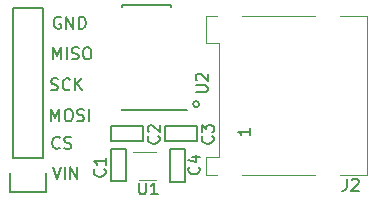
<source format=gto>
%TF.GenerationSoftware,KiCad,Pcbnew,4.0.5-e0-6337~49~ubuntu16.04.1*%
%TF.CreationDate,2017-03-18T14:10:31-07:00*%
%TF.ProjectId,sd-micro-hinged-5009010801-breakout,73642D6D6963726F2D68696E6765642D,v1.0*%
%TF.FileFunction,Legend,Top*%
%FSLAX46Y46*%
G04 Gerber Fmt 4.6, Leading zero omitted, Abs format (unit mm)*
G04 Created by KiCad (PCBNEW 4.0.5-e0-6337~49~ubuntu16.04.1) date Sat Mar 18 14:10:31 2017*
%MOMM*%
%LPD*%
G01*
G04 APERTURE LIST*
%ADD10C,0.350000*%
%ADD11C,0.152400*%
%ADD12C,0.150000*%
%ADD13C,0.120000*%
%ADD14C,0.101600*%
%ADD15R,0.851600X0.901600*%
%ADD16R,0.901600X0.851600*%
%ADD17R,2.133600X1.828800*%
%ADD18O,2.133600X1.828800*%
%ADD19R,1.601600X0.701600*%
%ADD20R,0.701600X0.521600*%
%ADD21R,2.101600X1.551600*%
%ADD22R,1.701600X0.801600*%
G04 APERTURE END LIST*
D10*
D11*
X123952000Y-100838000D02*
G75*
G03X123952000Y-100838000I-254000J0D01*
G01*
X111542286Y-106123619D02*
X111880953Y-107139619D01*
X112219619Y-106123619D01*
X112558286Y-107139619D02*
X112558286Y-106123619D01*
X113042096Y-107139619D02*
X113042096Y-106123619D01*
X113622667Y-107139619D01*
X113622667Y-106123619D01*
X111568896Y-97040579D02*
X111568896Y-96024579D01*
X111907562Y-96750293D01*
X112246229Y-96024579D01*
X112246229Y-97040579D01*
X112730039Y-97040579D02*
X112730039Y-96024579D01*
X113165468Y-96992198D02*
X113310611Y-97040579D01*
X113552515Y-97040579D01*
X113649277Y-96992198D01*
X113697658Y-96943817D01*
X113746039Y-96847055D01*
X113746039Y-96750293D01*
X113697658Y-96653531D01*
X113649277Y-96605150D01*
X113552515Y-96556770D01*
X113358992Y-96508389D01*
X113262230Y-96460008D01*
X113213849Y-96411627D01*
X113165468Y-96314865D01*
X113165468Y-96218103D01*
X113213849Y-96121341D01*
X113262230Y-96072960D01*
X113358992Y-96024579D01*
X113600896Y-96024579D01*
X113746039Y-96072960D01*
X114374992Y-96024579D02*
X114568515Y-96024579D01*
X114665277Y-96072960D01*
X114762039Y-96169722D01*
X114810420Y-96363246D01*
X114810420Y-96701912D01*
X114762039Y-96895436D01*
X114665277Y-96992198D01*
X114568515Y-97040579D01*
X114374992Y-97040579D01*
X114278230Y-96992198D01*
X114181468Y-96895436D01*
X114133087Y-96701912D01*
X114133087Y-96363246D01*
X114181468Y-96169722D01*
X114278230Y-96072960D01*
X114374992Y-96024579D01*
X111438509Y-102272979D02*
X111438509Y-101256979D01*
X111777175Y-101982693D01*
X112115842Y-101256979D01*
X112115842Y-102272979D01*
X112793176Y-101256979D02*
X112986699Y-101256979D01*
X113083461Y-101305360D01*
X113180223Y-101402122D01*
X113228604Y-101595646D01*
X113228604Y-101934312D01*
X113180223Y-102127836D01*
X113083461Y-102224598D01*
X112986699Y-102272979D01*
X112793176Y-102272979D01*
X112696414Y-102224598D01*
X112599652Y-102127836D01*
X112551271Y-101934312D01*
X112551271Y-101595646D01*
X112599652Y-101402122D01*
X112696414Y-101305360D01*
X112793176Y-101256979D01*
X113615652Y-102224598D02*
X113760795Y-102272979D01*
X114002699Y-102272979D01*
X114099461Y-102224598D01*
X114147842Y-102176217D01*
X114196223Y-102079455D01*
X114196223Y-101982693D01*
X114147842Y-101885931D01*
X114099461Y-101837550D01*
X114002699Y-101789170D01*
X113809176Y-101740789D01*
X113712414Y-101692408D01*
X113664033Y-101644027D01*
X113615652Y-101547265D01*
X113615652Y-101450503D01*
X113664033Y-101353741D01*
X113712414Y-101305360D01*
X113809176Y-101256979D01*
X114051080Y-101256979D01*
X114196223Y-101305360D01*
X114631652Y-102272979D02*
X114631652Y-101256979D01*
X111413835Y-99623638D02*
X111558978Y-99672019D01*
X111800882Y-99672019D01*
X111897644Y-99623638D01*
X111946025Y-99575257D01*
X111994406Y-99478495D01*
X111994406Y-99381733D01*
X111946025Y-99284971D01*
X111897644Y-99236590D01*
X111800882Y-99188210D01*
X111607359Y-99139829D01*
X111510597Y-99091448D01*
X111462216Y-99043067D01*
X111413835Y-98946305D01*
X111413835Y-98849543D01*
X111462216Y-98752781D01*
X111510597Y-98704400D01*
X111607359Y-98656019D01*
X111849263Y-98656019D01*
X111994406Y-98704400D01*
X113010406Y-99575257D02*
X112962025Y-99623638D01*
X112816882Y-99672019D01*
X112720120Y-99672019D01*
X112574978Y-99623638D01*
X112478216Y-99526876D01*
X112429835Y-99430114D01*
X112381454Y-99236590D01*
X112381454Y-99091448D01*
X112429835Y-98897924D01*
X112478216Y-98801162D01*
X112574978Y-98704400D01*
X112720120Y-98656019D01*
X112816882Y-98656019D01*
X112962025Y-98704400D01*
X113010406Y-98752781D01*
X113445835Y-99672019D02*
X113445835Y-98656019D01*
X114026406Y-99672019D02*
X113590978Y-99091448D01*
X114026406Y-98656019D02*
X113445835Y-99236590D01*
X112149467Y-104523177D02*
X112101086Y-104571558D01*
X111955943Y-104619939D01*
X111859181Y-104619939D01*
X111714039Y-104571558D01*
X111617277Y-104474796D01*
X111568896Y-104378034D01*
X111520515Y-104184510D01*
X111520515Y-104039368D01*
X111568896Y-103845844D01*
X111617277Y-103749082D01*
X111714039Y-103652320D01*
X111859181Y-103603939D01*
X111955943Y-103603939D01*
X112101086Y-103652320D01*
X112149467Y-103700701D01*
X112536515Y-104571558D02*
X112681658Y-104619939D01*
X112923562Y-104619939D01*
X113020324Y-104571558D01*
X113068705Y-104523177D01*
X113117086Y-104426415D01*
X113117086Y-104329653D01*
X113068705Y-104232891D01*
X113020324Y-104184510D01*
X112923562Y-104136130D01*
X112730039Y-104087749D01*
X112633277Y-104039368D01*
X112584896Y-103990987D01*
X112536515Y-103894225D01*
X112536515Y-103797463D01*
X112584896Y-103700701D01*
X112633277Y-103652320D01*
X112730039Y-103603939D01*
X112971943Y-103603939D01*
X113117086Y-103652320D01*
X112219619Y-93472000D02*
X112122857Y-93423619D01*
X111977714Y-93423619D01*
X111832572Y-93472000D01*
X111735810Y-93568762D01*
X111687429Y-93665524D01*
X111639048Y-93859048D01*
X111639048Y-94004190D01*
X111687429Y-94197714D01*
X111735810Y-94294476D01*
X111832572Y-94391238D01*
X111977714Y-94439619D01*
X112074476Y-94439619D01*
X112219619Y-94391238D01*
X112268000Y-94342857D01*
X112268000Y-94004190D01*
X112074476Y-94004190D01*
X112703429Y-94439619D02*
X112703429Y-93423619D01*
X113284000Y-94439619D01*
X113284000Y-93423619D01*
X113767810Y-94439619D02*
X113767810Y-93423619D01*
X114009715Y-93423619D01*
X114154857Y-93472000D01*
X114251619Y-93568762D01*
X114300000Y-93665524D01*
X114348381Y-93859048D01*
X114348381Y-94004190D01*
X114300000Y-94197714D01*
X114251619Y-94294476D01*
X114154857Y-94391238D01*
X114009715Y-94439619D01*
X113767810Y-94439619D01*
X117729000Y-104648000D02*
X116459000Y-104648000D01*
X117729000Y-107378500D02*
X116459000Y-107378500D01*
D12*
X117729000Y-104648000D02*
X117729000Y-107378500D01*
X116459000Y-107378500D02*
X116459000Y-104648000D01*
D11*
X116447000Y-102679500D02*
X116447000Y-103949500D01*
X119177500Y-102679500D02*
X119177500Y-103949500D01*
D12*
X116447000Y-102679500D02*
X119177500Y-102679500D01*
X119177500Y-103949500D02*
X116447000Y-103949500D01*
D11*
X123761500Y-103949500D02*
X123761500Y-102679500D01*
X121031000Y-103949500D02*
X121031000Y-102679500D01*
D12*
X123761500Y-103949500D02*
X121031000Y-103949500D01*
X121031000Y-102679500D02*
X123761500Y-102679500D01*
D11*
X122745500Y-104660000D02*
X121475500Y-104660000D01*
X122745500Y-107390500D02*
X121475500Y-107390500D01*
D12*
X122745500Y-104660000D02*
X122745500Y-107390500D01*
X121475500Y-107390500D02*
X121475500Y-104660000D01*
X108204000Y-105410000D02*
X108204000Y-92710000D01*
X108204000Y-92710000D02*
X110744000Y-92710000D01*
X110744000Y-92710000D02*
X110744000Y-105410000D01*
X107924000Y-108230000D02*
X107924000Y-106680000D01*
X108204000Y-105410000D02*
X110744000Y-105410000D01*
X111024000Y-106680000D02*
X111024000Y-108230000D01*
X111024000Y-108230000D02*
X107924000Y-108230000D01*
X117401500Y-101351000D02*
X117401500Y-101236000D01*
X117401500Y-92451000D02*
X117401500Y-92566000D01*
X121551500Y-92451000D02*
X121551500Y-92566000D01*
X121551500Y-101351000D02*
X117401500Y-101351000D01*
X121551500Y-92451000D02*
X117401500Y-92451000D01*
X121551500Y-101351000D02*
X122926500Y-101351000D01*
D13*
X120273000Y-104900000D02*
X118373000Y-104900000D01*
X118873000Y-107220000D02*
X120273000Y-107220000D01*
D14*
X138167000Y-106840500D02*
X138167000Y-93340500D01*
X124567000Y-93340500D02*
X124867000Y-93340500D01*
X124567000Y-95640500D02*
X124567000Y-93340500D01*
X125667000Y-95640500D02*
X124567000Y-95640500D01*
X125667000Y-105340500D02*
X125667000Y-95640500D01*
X124567000Y-105340500D02*
X125667000Y-105340500D01*
X124567000Y-106840500D02*
X124567000Y-105340500D01*
X124867000Y-106840500D02*
X124567000Y-106840500D01*
X138167000Y-106840500D02*
X124867000Y-106840500D01*
X138167000Y-93340500D02*
X124867000Y-93340500D01*
D12*
X115927143Y-106338666D02*
X115974762Y-106386285D01*
X116022381Y-106529142D01*
X116022381Y-106624380D01*
X115974762Y-106767238D01*
X115879524Y-106862476D01*
X115784286Y-106910095D01*
X115593810Y-106957714D01*
X115450952Y-106957714D01*
X115260476Y-106910095D01*
X115165238Y-106862476D01*
X115070000Y-106767238D01*
X115022381Y-106624380D01*
X115022381Y-106529142D01*
X115070000Y-106386285D01*
X115117619Y-106338666D01*
X116022381Y-105386285D02*
X116022381Y-105957714D01*
X116022381Y-105672000D02*
X115022381Y-105672000D01*
X115165238Y-105767238D01*
X115260476Y-105862476D01*
X115308095Y-105957714D01*
X120499143Y-103544666D02*
X120546762Y-103592285D01*
X120594381Y-103735142D01*
X120594381Y-103830380D01*
X120546762Y-103973238D01*
X120451524Y-104068476D01*
X120356286Y-104116095D01*
X120165810Y-104163714D01*
X120022952Y-104163714D01*
X119832476Y-104116095D01*
X119737238Y-104068476D01*
X119642000Y-103973238D01*
X119594381Y-103830380D01*
X119594381Y-103735142D01*
X119642000Y-103592285D01*
X119689619Y-103544666D01*
X119689619Y-103163714D02*
X119642000Y-103116095D01*
X119594381Y-103020857D01*
X119594381Y-102782761D01*
X119642000Y-102687523D01*
X119689619Y-102639904D01*
X119784857Y-102592285D01*
X119880095Y-102592285D01*
X120022952Y-102639904D01*
X120594381Y-103211333D01*
X120594381Y-102592285D01*
X125071143Y-103544666D02*
X125118762Y-103592285D01*
X125166381Y-103735142D01*
X125166381Y-103830380D01*
X125118762Y-103973238D01*
X125023524Y-104068476D01*
X124928286Y-104116095D01*
X124737810Y-104163714D01*
X124594952Y-104163714D01*
X124404476Y-104116095D01*
X124309238Y-104068476D01*
X124214000Y-103973238D01*
X124166381Y-103830380D01*
X124166381Y-103735142D01*
X124214000Y-103592285D01*
X124261619Y-103544666D01*
X124166381Y-103211333D02*
X124166381Y-102592285D01*
X124547333Y-102925619D01*
X124547333Y-102782761D01*
X124594952Y-102687523D01*
X124642571Y-102639904D01*
X124737810Y-102592285D01*
X124975905Y-102592285D01*
X125071143Y-102639904D01*
X125118762Y-102687523D01*
X125166381Y-102782761D01*
X125166381Y-103068476D01*
X125118762Y-103163714D01*
X125071143Y-103211333D01*
X123928143Y-106148166D02*
X123975762Y-106195785D01*
X124023381Y-106338642D01*
X124023381Y-106433880D01*
X123975762Y-106576738D01*
X123880524Y-106671976D01*
X123785286Y-106719595D01*
X123594810Y-106767214D01*
X123451952Y-106767214D01*
X123261476Y-106719595D01*
X123166238Y-106671976D01*
X123071000Y-106576738D01*
X123023381Y-106433880D01*
X123023381Y-106338642D01*
X123071000Y-106195785D01*
X123118619Y-106148166D01*
X123356714Y-105291023D02*
X124023381Y-105291023D01*
X122975762Y-105529119D02*
X123690048Y-105767214D01*
X123690048Y-105148166D01*
X123658381Y-99821905D02*
X124467905Y-99821905D01*
X124563143Y-99774286D01*
X124610762Y-99726667D01*
X124658381Y-99631429D01*
X124658381Y-99440952D01*
X124610762Y-99345714D01*
X124563143Y-99298095D01*
X124467905Y-99250476D01*
X123658381Y-99250476D01*
X123753619Y-98821905D02*
X123706000Y-98774286D01*
X123658381Y-98679048D01*
X123658381Y-98440952D01*
X123706000Y-98345714D01*
X123753619Y-98298095D01*
X123848857Y-98250476D01*
X123944095Y-98250476D01*
X124086952Y-98298095D01*
X124658381Y-98869524D01*
X124658381Y-98250476D01*
X118872095Y-107465881D02*
X118872095Y-108275405D01*
X118919714Y-108370643D01*
X118967333Y-108418262D01*
X119062571Y-108465881D01*
X119253048Y-108465881D01*
X119348286Y-108418262D01*
X119395905Y-108370643D01*
X119443524Y-108275405D01*
X119443524Y-107465881D01*
X120443524Y-108465881D02*
X119872095Y-108465881D01*
X120157809Y-108465881D02*
X120157809Y-107465881D01*
X120062571Y-107608738D01*
X119967333Y-107703976D01*
X119872095Y-107751595D01*
X136445667Y-107148381D02*
X136445667Y-107862667D01*
X136398047Y-108005524D01*
X136302809Y-108100762D01*
X136159952Y-108148381D01*
X136064714Y-108148381D01*
X136874238Y-107243619D02*
X136921857Y-107196000D01*
X137017095Y-107148381D01*
X137255191Y-107148381D01*
X137350429Y-107196000D01*
X137398048Y-107243619D01*
X137445667Y-107338857D01*
X137445667Y-107434095D01*
X137398048Y-107576952D01*
X136826619Y-108148381D01*
X137445667Y-108148381D01*
X128224881Y-102864785D02*
X128224881Y-103436214D01*
X128224881Y-103150500D02*
X127224881Y-103150500D01*
X127367738Y-103245738D01*
X127462976Y-103340976D01*
X127510595Y-103436214D01*
%LPC*%
D15*
X117094000Y-105295000D03*
X117094000Y-106795000D03*
D16*
X117094000Y-103314500D03*
X118594000Y-103314500D03*
X123114500Y-103314500D03*
X121614500Y-103314500D03*
D15*
X122110500Y-105307000D03*
X122110500Y-106807000D03*
D17*
X109474000Y-106680000D03*
D18*
X109474000Y-104140000D03*
X109474000Y-101600000D03*
X109474000Y-99060000D03*
X109474000Y-96520000D03*
X109474000Y-93980000D03*
D19*
X122176500Y-100711000D03*
X122176500Y-99441000D03*
X122176500Y-98171000D03*
X122176500Y-96901000D03*
X122176500Y-95631000D03*
X122176500Y-94361000D03*
X122176500Y-93091000D03*
X116776500Y-93091000D03*
X116776500Y-94361000D03*
X116776500Y-95631000D03*
X116776500Y-96901000D03*
X116776500Y-98171000D03*
X116776500Y-99441000D03*
X116776500Y-100711000D03*
D20*
X118623000Y-105410000D03*
X118623000Y-106710000D03*
X120523000Y-105410000D03*
X118623000Y-106060000D03*
X120523000Y-106710000D03*
D21*
X134821000Y-93240500D03*
X134821000Y-106840500D03*
X126521000Y-93240500D03*
X126521000Y-106840500D03*
D22*
X129667000Y-102040500D03*
X129667000Y-103140500D03*
X129667000Y-100940500D03*
X129667000Y-99840500D03*
X129667000Y-98740500D03*
X129667000Y-95440500D03*
X129667000Y-96540500D03*
X129667000Y-97640500D03*
M02*

</source>
